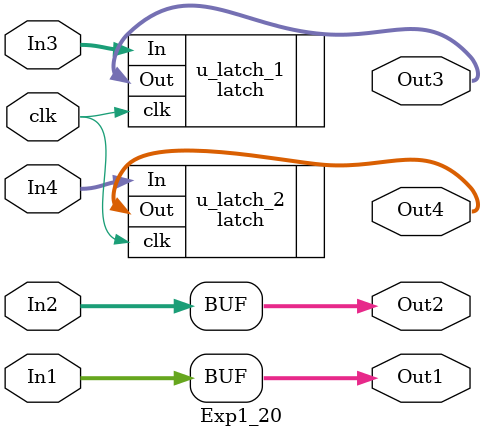
<source format=v>



`timescale 1 ns / 1 ns

module Exp1_20
          (clk,
           In1,
           In2,
           In3,
           In4,
           Out1,
           Out2,
           Out3,
           Out4);


  input   clk;
  input   [31:0] In1;  // uint32
  input   [31:0] In2;  // uint32
  input   [31:0] In3;  // uint32
  input   [31:0] In4;  // uint32
  output  [31:0] Out1;  // uint32
  output  [31:0] Out2;  // uint32
  output  [31:0] Out3;  // uint32
  output  [31:0] Out4;  // uint32


  reg [31:0] Delay2_out1;  // uint32
  reg [31:0] Delay1_out1;  // uint32

 latch u_latch_1(.clk(clk),.In(In3),.Out(Out3));
 latch u_latch_2(.clk(clk),.In(In4),.Out(Out4));


  assign Out1 = In1;

  assign Out2 = In2;

 
endmodule  // Exp1_20


</source>
